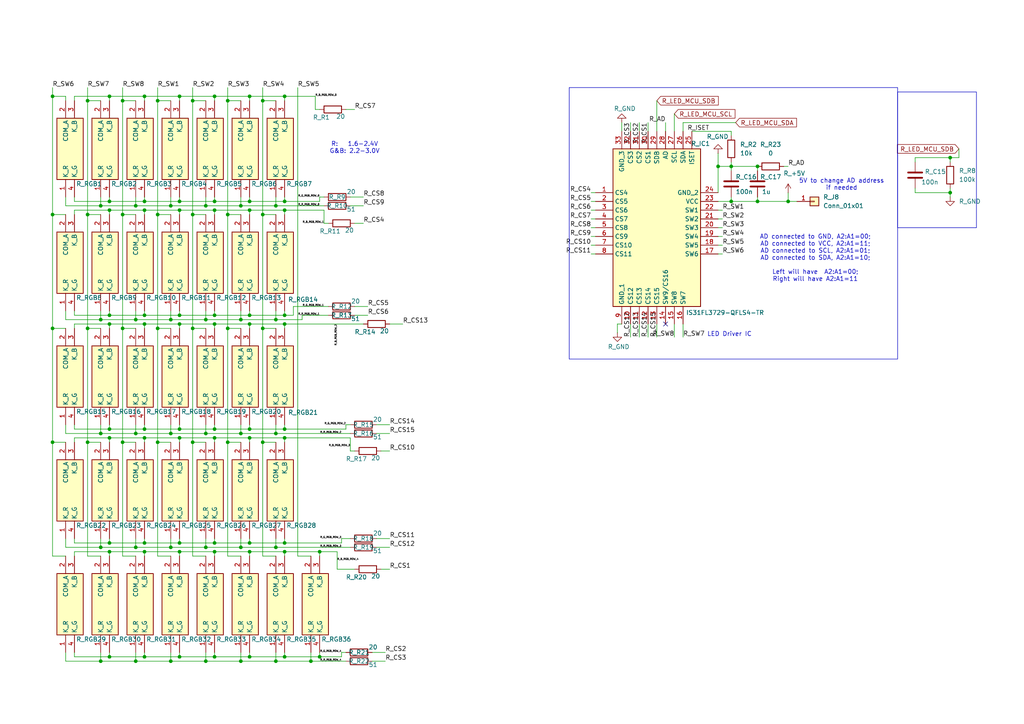
<source format=kicad_sch>
(kicad_sch (version 20250114) (generator "eeschema") (generator_version "9.0")
  (paper "A4")
  (title_block (title "TheFalcon[Left["))
  (rectangle (start 260.35 26.67) (end 283.21 66.04))
  (rectangle (start 165.1 25.4) (end 260.35 104.14))
  (text "AD connected to GND, A2:A1=00;\nAD connected to VCC, A2:A1=11;\nAD connected to SCL, A2:A1=01;\nAD connected to SDA, A2:A1=10;\n\nLeft will have  A2:A1=00;\nRight will have A2:A1=11" (at 236.474 74.93 0) (effects (font (size 1.27 1.27))))
  (text "5V to change AD address\nif needed\n" (at 244.094 53.594 0) (effects (font (size 1.27 1.27))))
  (text "R:   1.6-2.4V\nG&B: 2.2-3.0V" (at 102.87 42.926 0) (effects (font (size 1.27 1.27))))
  (text "LED Driver IC\n" (at 211.582 97.028 0) (effects (font (size 1.27 1.27))))
  (junction (at 35.56 95.25))
  (junction (at 59.69 158.75))
  (junction (at 15.24 27.94))
  (junction (at 212.09 58.42))
  (junction (at 59.69 125.73))
  (junction (at 80.01 158.75))
  (junction (at 62.23 60.96))
  (junction (at 62.23 160.02))
  (junction (at 62.23 27.94))
  (junction (at 52.07 27.94))
  (junction (at 82.55 127))
  (junction (at 29.21 158.75))
  (junction (at 41.91 157.48))
  (junction (at 52.07 58.42))
  (junction (at 52.07 157.48))
  (junction (at 49.53 158.75))
  (junction (at 59.69 59.69))
  (junction (at 52.07 60.96))
  (junction (at 31.75 60.96))
  (junction (at 35.56 128.27))
  (junction (at 35.56 29.21))
  (junction (at 80.01 92.71))
  (junction (at 15.24 95.25))
  (junction (at 39.37 191.77))
  (junction (at 82.55 27.94))
  (junction (at 49.53 191.77))
  (junction (at 39.37 158.75))
  (junction (at 76.2 95.25))
  (junction (at 49.53 125.73))
  (junction (at 212.09 48.26))
  (junction (at 41.91 160.02))
  (junction (at 82.55 93.98))
  (junction (at 72.39 60.96))
  (junction (at 76.2 128.27))
  (junction (at 29.21 59.69))
  (junction (at 82.55 160.02))
  (junction (at 82.55 60.96))
  (junction (at 82.55 91.44))
  (junction (at 66.04 29.21))
  (junction (at 80.01 59.69))
  (junction (at 31.75 91.44))
  (junction (at 72.39 190.5))
  (junction (at 45.72 62.23))
  (junction (at 41.91 124.46))
  (junction (at 52.07 160.02))
  (junction (at 228.6 58.42))
  (junction (at 31.75 93.98))
  (junction (at 208.28 48.26))
  (junction (at 52.07 127))
  (junction (at 35.56 62.23))
  (junction (at 52.07 91.44))
  (junction (at 219.71 48.26))
  (junction (at 72.39 127))
  (junction (at 92.71 160.02))
  (junction (at 31.75 190.5))
  (junction (at 275.59 45.72))
  (junction (at 62.23 190.5))
  (junction (at 59.69 191.77))
  (junction (at 72.39 160.02))
  (junction (at 69.85 191.77))
  (junction (at 275.59 55.88))
  (junction (at 41.91 91.44))
  (junction (at 69.85 92.71))
  (junction (at 55.88 95.25))
  (junction (at 41.91 127))
  (junction (at 29.21 125.73))
  (junction (at 82.55 190.5))
  (junction (at 15.24 128.27))
  (junction (at 219.71 58.42))
  (junction (at 39.37 59.69))
  (junction (at 69.85 125.73))
  (junction (at 31.75 58.42))
  (junction (at 62.23 58.42))
  (junction (at 76.2 62.23))
  (junction (at 41.91 60.96))
  (junction (at 31.75 157.48))
  (junction (at 55.88 62.23))
  (junction (at 45.72 95.25))
  (junction (at 69.85 59.69))
  (junction (at 72.39 91.44))
  (junction (at 15.24 62.23))
  (junction (at 92.71 190.5))
  (junction (at 25.4 128.27))
  (junction (at 41.91 58.42))
  (junction (at 29.21 191.77))
  (junction (at 25.4 62.23))
  (junction (at 82.55 157.48))
  (junction (at 62.23 127))
  (junction (at 25.4 95.25))
  (junction (at 66.04 128.27))
  (junction (at 76.2 29.21))
  (junction (at 52.07 190.5))
  (junction (at 31.75 160.02))
  (junction (at 52.07 124.46))
  (junction (at 62.23 91.44))
  (junction (at 31.75 124.46))
  (junction (at 90.17 191.77))
  (junction (at 62.23 93.98))
  (junction (at 66.04 95.25))
  (junction (at 31.75 127))
  (junction (at 55.88 128.27))
  (junction (at 72.39 58.42))
  (junction (at 62.23 157.48))
  (junction (at 49.53 59.69))
  (junction (at 59.69 92.71))
  (junction (at 72.39 157.48))
  (junction (at 45.72 128.27))
  (junction (at 66.04 62.23))
  (junction (at 72.39 27.94))
  (junction (at 69.85 158.75))
  (junction (at 39.37 125.73))
  (junction (at 82.55 58.42))
  (junction (at 41.91 27.94))
  (junction (at 62.23 124.46))
  (junction (at 72.39 124.46))
  (junction (at 72.39 93.98))
  (junction (at 80.01 125.73))
  (junction (at 52.07 93.98))
  (junction (at 49.53 92.71))
  (junction (at 45.72 29.21))
  (junction (at 41.91 93.98))
  (junction (at 29.21 92.71))
  (junction (at 31.75 27.94))
  (junction (at 25.4 29.21))
  (junction (at 80.01 191.77))
  (junction (at 55.88 29.21))
  (junction (at 41.91 190.5))
  (junction (at 82.55 124.46))
  (junction (at 39.37 92.71))
  (no_connect (at 193.04 93.98))
  (wire (pts (xy 41.91 58.42) (xy 52.07 58.42)))
  (wire (pts (xy 31.75 123.19) (xy 31.75 124.46)))
  (wire (pts (xy 82.55 160.02) (xy 82.55 161.29)))
  (wire (pts (xy 86.36 161.29) (xy 90.17 161.29)))
  (wire (pts (xy 55.88 29.21) (xy 59.69 29.21)))
  (wire (pts (xy 66.04 62.23) (xy 66.04 95.25)))
  (wire (pts (xy 59.69 123.19) (xy 59.69 125.73)))
  (wire (pts (xy 45.72 161.29) (xy 45.72 128.27)))
  (wire (pts (xy 109.22 123.19) (xy 113.03 123.19)))
  (wire (pts (xy 82.55 60.96) (xy 82.55 62.23)))
  (wire (pts (xy 72.39 27.94) (xy 82.55 27.94)))
  (wire (pts (xy 72.39 160.02) (xy 72.39 161.29)))
  (wire (pts (xy 21.59 160.02) (xy 31.75 160.02)))
  (wire (pts (xy 15.24 128.27) (xy 19.05 128.27)))
  (wire (pts (xy 97.79 165.1) (xy 97.79 160.02)))
  (wire (pts (xy 29.21 123.19) (xy 29.21 125.73)))
  (wire (pts (xy 80.01 158.75) (xy 101.6 158.75)))
  (wire (pts (xy 39.37 125.73) (xy 49.53 125.73)))
  (wire (pts (xy 80.01 156.21) (xy 80.01 158.75)))
  (wire (pts (xy 31.75 189.23) (xy 31.75 190.5)))
  (wire (pts (xy 19.05 29.21) (xy 19.05 27.94)))
  (wire (pts (xy 171.45 58.42) (xy 172.72 58.42)))
  (wire (pts (xy 35.56 161.29) (xy 39.37 161.29)))
  (wire (pts (xy 208.28 44.45) (xy 208.28 48.26)))
  (wire (pts (xy 45.72 29.21) (xy 49.53 29.21)))
  (wire (pts (xy 113.03 130.81) (xy 110.49 130.81)))
  (wire (pts (xy 72.39 190.5) (xy 82.55 190.5)))
  (wire (pts (xy 62.23 190.5) (xy 72.39 190.5)))
  (wire (pts (xy 52.07 160.02) (xy 52.07 161.29)))
  (wire (pts (xy 41.91 123.19) (xy 41.91 124.46)))
  (wire (pts (xy 29.21 191.77) (xy 39.37 191.77)))
  (wire (pts (xy 209.55 60.96) (xy 208.28 60.96)))
  (wire (pts (xy 41.91 60.96) (xy 41.91 62.23)))
  (wire (pts (xy 82.55 127) (xy 82.55 128.27)))
  (wire (pts (xy 41.91 189.23) (xy 41.91 190.5)))
  (wire (pts (xy 15.24 95.25) (xy 15.24 128.27)))
  (wire (pts (xy 19.05 191.77) (xy 29.21 191.77)))
  (wire (pts (xy 62.23 27.94) (xy 62.23 29.21)))
  (wire (pts (xy 31.75 93.98) (xy 41.91 93.98)))
  (wire (pts (xy 85.09 88.9) (xy 95.25 88.9)))
  (wire (pts (xy 29.21 189.23) (xy 29.21 191.77)))
  (wire (pts (xy 66.04 29.21) (xy 66.04 62.23)))
  (wire (pts (xy 41.91 27.94) (xy 52.07 27.94)))
  (wire (pts (xy 21.59 160.02) (xy 21.59 161.29)))
  (wire (pts (xy 59.69 125.73) (xy 69.85 125.73)))
  (wire (pts (xy 59.69 156.21) (xy 59.69 158.75)))
  (wire (pts (xy 31.75 127) (xy 41.91 127)))
  (wire (pts (xy 49.53 92.71) (xy 59.69 92.71)))
  (wire (pts (xy 52.07 91.44) (xy 62.23 91.44)))
  (wire (pts (xy 185.42 97.79) (xy 185.42 93.98)))
  (wire (pts (xy 87.63 91.44) (xy 95.25 91.44)))
  (wire (pts (xy 92.71 160.02) (xy 92.71 161.29)))
  (wire (pts (xy 195.58 33.02) (xy 195.58 38.1)))
  (wire (pts (xy 45.72 25.4) (xy 45.72 29.21)))
  (wire (pts (xy 72.39 124.46) (xy 82.55 124.46)))
  (wire (pts (xy 29.21 90.17) (xy 29.21 92.71)))
  (wire (pts (xy 82.55 93.98) (xy 105.41 93.98)))
  (wire (pts (xy 100.33 123.19) (xy 101.6 123.19)))
  (wire (pts (xy 76.2 62.23) (xy 76.2 95.25)))
  (wire (pts (xy 21.59 90.17) (xy 21.59 91.44)))
  (wire (pts (xy 171.45 66.04) (xy 172.72 66.04)))
  (wire (pts (xy 198.12 35.56) (xy 198.12 38.1)))
  (wire (pts (xy 62.23 189.23) (xy 62.23 190.5)))
  (wire (pts (xy 95.25 64.77) (xy 93.98 64.77)))
  (wire (pts (xy 69.85 191.77) (xy 80.01 191.77)))
  (wire (pts (xy 41.91 127) (xy 41.91 128.27)))
  (wire (pts (xy 59.69 191.77) (xy 69.85 191.77)))
  (wire (pts (xy 35.56 128.27) (xy 35.56 161.29)))
  (wire (pts (xy 15.24 62.23) (xy 15.24 95.25)))
  (wire (pts (xy 35.56 95.25) (xy 35.56 128.27)))
  (wire (pts (xy 265.43 54.61) (xy 265.43 55.88)))
  (wire (pts (xy 275.59 55.88) (xy 275.59 57.15)))
  (wire (pts (xy 45.72 95.25) (xy 49.53 95.25)))
  (wire (pts (xy 212.09 49.53) (xy 212.09 48.26)))
  (wire (pts (xy 72.39 57.15) (xy 72.39 58.42)))
  (wire (pts (xy 55.88 161.29) (xy 59.69 161.29)))
  (wire (pts (xy 39.37 59.69) (xy 49.53 59.69)))
  (wire (pts (xy 45.72 128.27) (xy 45.72 95.25)))
  (wire (pts (xy 41.91 160.02) (xy 41.91 161.29)))
  (wire (pts (xy 59.69 57.15) (xy 59.69 59.69)))
  (wire (pts (xy 72.39 91.44) (xy 82.55 91.44)))
  (wire (pts (xy 35.56 62.23) (xy 39.37 62.23)))
  (wire (pts (xy 31.75 156.21) (xy 31.75 157.48)))
  (wire (pts (xy 59.69 92.71) (xy 69.85 92.71)))
  (wire (pts (xy 93.98 64.77) (xy 93.98 60.96)))
  (wire (pts (xy 109.22 156.21) (xy 113.03 156.21)))
  (wire (pts (xy 72.39 157.48) (xy 82.55 157.48)))
  (wire (pts (xy 278.13 45.72) (xy 275.59 45.72)))
  (wire (pts (xy 69.85 123.19) (xy 69.85 125.73)))
  (wire (pts (xy 80.01 125.73) (xy 101.6 125.73)))
  (wire (pts (xy 76.2 95.25) (xy 76.2 128.27)))
  (wire (pts (xy 105.41 64.77) (xy 102.87 64.77)))
  (wire (pts (xy 52.07 123.19) (xy 52.07 124.46)))
  (wire (pts (xy 21.59 27.94) (xy 21.59 29.21)))
  (wire (pts (xy 82.55 90.17) (xy 82.55 91.44)))
  (wire (pts (xy 179.07 93.98) (xy 180.34 93.98)))
  (wire (pts (xy 55.88 29.21) (xy 55.88 62.23)))
  (wire (pts (xy 31.75 27.94) (xy 41.91 27.94)))
  (wire (pts (xy 62.23 127) (xy 72.39 127)))
  (wire (pts (xy 208.28 48.26) (xy 212.09 48.26)))
  (wire (pts (xy 49.53 191.77) (xy 59.69 191.77)))
  (wire (pts (xy 90.17 189.23) (xy 90.17 191.77)))
  (wire (pts (xy 29.21 158.75) (xy 39.37 158.75)))
  (wire (pts (xy 19.05 123.19) (xy 19.05 125.73)))
  (wire (pts (xy 72.39 123.19) (xy 72.39 124.46)))
  (wire (pts (xy 39.37 90.17) (xy 39.37 92.71)))
  (wire (pts (xy 21.59 156.21) (xy 21.59 157.48)))
  (wire (pts (xy 35.56 29.21) (xy 35.56 62.23)))
  (wire (pts (xy 193.04 35.56) (xy 193.04 38.1)))
  (wire (pts (xy 15.24 25.4) (xy 15.24 27.94)))
  (wire (pts (xy 39.37 123.19) (xy 39.37 125.73)))
  (wire (pts (xy 92.71 160.02) (xy 97.79 160.02)))
  (wire (pts (xy 62.23 91.44) (xy 72.39 91.44)))
  (wire (pts (xy 72.39 127) (xy 82.55 127)))
  (wire (pts (xy 55.88 128.27) (xy 55.88 161.29)))
  (wire (pts (xy 82.55 27.94) (xy 82.55 29.21)))
  (wire (pts (xy 49.53 123.19) (xy 49.53 125.73)))
  (wire (pts (xy 62.23 93.98) (xy 62.23 95.25)))
  (wire (pts (xy 185.42 35.56) (xy 185.42 38.1)))
  (wire (pts (xy 39.37 156.21) (xy 39.37 158.75)))
  (wire (pts (xy 41.91 157.48) (xy 52.07 157.48)))
  (wire (pts (xy 265.43 45.72) (xy 265.43 46.99)))
  (wire (pts (xy 80.01 57.15) (xy 80.01 59.69)))
  (wire (pts (xy 52.07 58.42) (xy 62.23 58.42)))
  (wire (pts (xy 21.59 190.5) (xy 31.75 190.5)))
  (wire (pts (xy 41.91 27.94) (xy 41.91 29.21)))
  (wire (pts (xy 19.05 90.17) (xy 19.05 92.71)))
  (wire (pts (xy 265.43 55.88) (xy 275.59 55.88)))
  (wire (pts (xy 62.23 93.98) (xy 72.39 93.98)))
  (wire (pts (xy 19.05 156.21) (xy 19.05 158.75)))
  (wire (pts (xy 182.88 35.56) (xy 182.88 38.1)))
  (wire (pts (xy 55.88 95.25) (xy 59.69 95.25)))
  (wire (pts (xy 31.75 57.15) (xy 31.75 58.42)))
  (wire (pts (xy 100.33 124.46) (xy 100.33 123.19)))
  (wire (pts (xy 190.5 97.79) (xy 190.5 93.98)))
  (wire (pts (xy 219.71 58.42) (xy 219.71 57.15)))
  (wire (pts (xy 76.2 95.25) (xy 80.01 95.25)))
  (wire (pts (xy 41.91 60.96) (xy 52.07 60.96)))
  (wire (pts (xy 228.6 58.42) (xy 228.6 55.88)))
  (wire (pts (xy 62.23 124.46) (xy 72.39 124.46)))
  (wire (pts (xy 72.39 156.21) (xy 72.39 157.48)))
  (wire (pts (xy 212.09 46.99) (xy 212.09 48.26)))
  (wire (pts (xy 39.37 191.77) (xy 49.53 191.77)))
  (wire (pts (xy 52.07 60.96) (xy 52.07 62.23)))
  (wire (pts (xy 21.59 189.23) (xy 21.59 190.5)))
  (wire (pts (xy 69.85 158.75) (xy 80.01 158.75)))
  (wire (pts (xy 25.4 29.21) (xy 29.21 29.21)))
  (wire (pts (xy 55.88 25.4) (xy 55.88 29.21)))
  (wire (pts (xy 99.06 190.5) (xy 99.06 189.23)))
  (wire (pts (xy 52.07 124.46) (xy 62.23 124.46)))
  (wire (pts (xy 49.53 158.75) (xy 59.69 158.75)))
  (wire (pts (xy 31.75 93.98) (xy 31.75 95.25)))
  (wire (pts (xy 59.69 59.69) (xy 69.85 59.69)))
  (wire (pts (xy 19.05 158.75) (xy 29.21 158.75)))
  (wire (pts (xy 15.24 27.94) (xy 15.24 62.23)))
  (wire (pts (xy 52.07 157.48) (xy 62.23 157.48)))
  (wire (pts (xy 62.23 58.42) (xy 72.39 58.42)))
  (wire (pts (xy 212.09 58.42) (xy 212.09 57.15)))
  (wire (pts (xy 52.07 57.15) (xy 52.07 58.42)))
  (wire (pts (xy 39.37 189.23) (xy 39.37 191.77)))
  (wire (pts (xy 21.59 93.98) (xy 31.75 93.98)))
  (wire (pts (xy 41.91 156.21) (xy 41.91 157.48)))
  (wire (pts (xy 49.53 156.21) (xy 49.53 158.75)))
  (wire (pts (xy 41.91 127) (xy 52.07 127)))
  (wire (pts (xy 15.24 95.25) (xy 19.05 95.25)))
  (wire (pts (xy 21.59 124.46) (xy 31.75 124.46)))
  (wire (pts (xy 76.2 161.29) (xy 80.01 161.29)))
  (wire (pts (xy 21.59 127) (xy 31.75 127)))
  (wire (pts (xy 171.45 71.12) (xy 172.72 71.12)))
  (wire (pts (xy 21.59 127) (xy 21.59 128.27)))
  (wire (pts (xy 80.01 59.69) (xy 93.98 59.69)))
  (wire (pts (xy 187.96 35.56) (xy 187.96 38.1)))
  (wire (pts (xy 59.69 189.23) (xy 59.69 191.77)))
  (wire (pts (xy 21.59 91.44) (xy 31.75 91.44)))
  (wire (pts (xy 62.23 157.48) (xy 72.39 157.48)))
  (wire (pts (xy 31.75 90.17) (xy 31.75 91.44)))
  (wire (pts (xy 82.55 27.94) (xy 91.44 27.94)))
  (wire (pts (xy 52.07 156.21) (xy 52.07 157.48)))
  (wire (pts (xy 29.21 156.21) (xy 29.21 158.75)))
  (wire (pts (xy 49.53 125.73) (xy 59.69 125.73)))
  (wire (pts (xy 15.24 128.27) (xy 15.24 161.29)))
  (wire (pts (xy 31.75 127) (xy 31.75 128.27)))
  (wire (pts (xy 19.05 57.15) (xy 19.05 59.69)))
  (wire (pts (xy 45.72 95.25) (xy 45.72 62.23)))
  (wire (pts (xy 212.09 39.37) (xy 212.09 38.1)))
  (wire (pts (xy 66.04 95.25) (xy 69.85 95.25)))
  (wire (pts (xy 52.07 90.17) (xy 52.07 91.44)))
  (wire (pts (xy 213.36 35.56) (xy 198.12 35.56)))
  (wire (pts (xy 25.4 128.27) (xy 25.4 161.29)))
  (wire (pts (xy 72.39 60.96) (xy 82.55 60.96)))
  (wire (pts (xy 52.07 160.02) (xy 62.23 160.02)))
  (wire (pts (xy 76.2 29.21) (xy 80.01 29.21)))
  (wire (pts (xy 72.39 27.94) (xy 72.39 29.21)))
  (wire (pts (xy 208.28 48.26) (xy 208.28 55.88)))
  (wire (pts (xy 208.28 68.58) (xy 209.55 68.58)))
  (wire (pts (xy 21.59 157.48) (xy 31.75 157.48)))
  (wire (pts (xy 66.04 25.4) (xy 66.04 29.21)))
  (wire (pts (xy 21.59 60.96) (xy 21.59 62.23)))
  (wire (pts (xy 39.37 92.71) (xy 49.53 92.71)))
  (wire (pts (xy 275.59 45.72) (xy 275.59 46.99)))
  (wire (pts (xy 101.6 59.69) (xy 105.41 59.69)))
  (wire (pts (xy 87.63 92.71) (xy 87.63 91.44)))
  (wire (pts (xy 21.59 123.19) (xy 21.59 124.46)))
  (wire (pts (xy 190.5 29.21) (xy 190.5 38.1)))
  (wire (pts (xy 62.23 60.96) (xy 72.39 60.96)))
  (wire (pts (xy 82.55 127) (xy 101.6 127)))
  (wire (pts (xy 109.22 158.75) (xy 113.03 158.75)))
  (wire (pts (xy 107.95 189.23) (xy 111.76 189.23)))
  (wire (pts (xy 76.2 128.27) (xy 80.01 128.27)))
  (wire (pts (xy 209.55 63.5) (xy 208.28 63.5)))
  (wire (pts (xy 62.23 57.15) (xy 62.23 58.42)))
  (wire (pts (xy 80.01 123.19) (xy 80.01 125.73)))
  (wire (pts (xy 19.05 125.73) (xy 29.21 125.73)))
  (wire (pts (xy 21.59 58.42) (xy 31.75 58.42)))
  (wire (pts (xy 25.4 25.4) (xy 25.4 29.21)))
  (wire (pts (xy 45.72 62.23) (xy 49.53 62.23)))
  (wire (pts (xy 62.23 160.02) (xy 62.23 161.29)))
  (wire (pts (xy 92.71 57.15) (xy 93.98 57.15)))
  (wire (pts (xy 25.4 95.25) (xy 25.4 128.27)))
  (wire (pts (xy 69.85 90.17) (xy 69.85 92.71)))
  (wire (pts (xy 113.03 93.98) (xy 116.84 93.98)))
  (wire (pts (xy 62.23 127) (xy 62.23 128.27)))
  (wire (pts (xy 35.56 128.27) (xy 39.37 128.27)))
  (wire (pts (xy 69.85 125.73) (xy 80.01 125.73)))
  (wire (pts (xy 82.55 190.5) (xy 92.71 190.5)))
  (wire (pts (xy 15.24 62.23) (xy 19.05 62.23)))
  (wire (pts (xy 52.07 127) (xy 62.23 127)))
  (wire (pts (xy 21.59 93.98) (xy 21.59 95.25)))
  (wire (pts (xy 198.12 97.79) (xy 198.12 93.98)))
  (wire (pts (xy 29.21 59.69) (xy 39.37 59.69)))
  (wire (pts (xy 41.91 91.44) (xy 52.07 91.44)))
  (wire (pts (xy 82.55 91.44) (xy 85.09 91.44)))
  (wire (pts (xy 92.71 31.75) (xy 91.44 31.75)))
  (wire (pts (xy 102.87 165.1) (xy 97.79 165.1)))
  (wire (pts (xy 31.75 27.94) (xy 31.75 29.21)))
  (wire (pts (xy 59.69 90.17) (xy 59.69 92.71)))
  (wire (pts (xy 102.87 88.9) (xy 106.68 88.9)))
  (wire (pts (xy 180.34 35.56) (xy 180.34 38.1)))
  (wire (pts (xy 208.28 58.42) (xy 212.09 58.42)))
  (wire (pts (xy 69.85 92.71) (xy 80.01 92.71)))
  (wire (pts (xy 91.44 31.75) (xy 91.44 27.94)))
  (wire (pts (xy 39.37 57.15) (xy 39.37 59.69)))
  (wire (pts (xy 80.01 90.17) (xy 80.01 92.71)))
  (wire (pts (xy 15.24 161.29) (xy 19.05 161.29)))
  (wire (pts (xy 66.04 95.25) (xy 66.04 128.27)))
  (wire (pts (xy 72.39 127) (xy 72.39 128.27)))
  (wire (pts (xy 82.55 60.96) (xy 93.98 60.96)))
  (wire (pts (xy 41.91 90.17) (xy 41.91 91.44)))
  (wire (pts (xy 31.75 60.96) (xy 41.91 60.96)))
  (wire (pts (xy 55.88 128.27) (xy 59.69 128.27)))
  (wire (pts (xy 92.71 190.5) (xy 99.06 190.5)))
  (wire (pts (xy 21.59 60.96) (xy 31.75 60.96)))
  (wire (pts (xy 31.75 60.96) (xy 31.75 62.23)))
  (wire (pts (xy 265.43 45.72) (xy 275.59 45.72)))
  (wire (pts (xy 19.05 189.23) (xy 19.05 191.77)))
  (wire (pts (xy 31.75 91.44) (xy 41.91 91.44)))
  (wire (pts (xy 49.53 57.15) (xy 49.53 59.69)))
  (wire (pts (xy 80.01 191.77) (xy 90.17 191.77)))
  (wire (pts (xy 179.07 96.52) (xy 179.07 93.98)))
  (wire (pts (xy 209.55 66.04) (xy 208.28 66.04)))
  (wire (pts (xy 99.06 189.23) (xy 100.33 189.23)))
  (wire (pts (xy 228.6 48.26) (xy 227.33 48.26)))
  (wire (pts (xy 82.55 157.48) (xy 99.06 157.48)))
  (wire (pts (xy 72.39 189.23) (xy 72.39 190.5)))
  (wire (pts (xy 102.87 91.44) (xy 106.68 91.44)))
  (wire (pts (xy 82.55 124.46) (xy 100.33 124.46)))
  (wire (pts (xy 62.23 156.21) (xy 62.23 157.48)))
  (wire (pts (xy 29.21 57.15) (xy 29.21 59.69)))
  (wire (pts (xy 82.55 123.19) (xy 82.55 124.46)))
  (wire (pts (xy 41.91 160.02) (xy 52.07 160.02)))
  (wire (pts (xy 76.2 29.21) (xy 76.2 62.23)))
  (wire (pts (xy 31.75 58.42) (xy 41.91 58.42)))
  (wire (pts (xy 31.75 124.46) (xy 41.91 124.46)))
  (wire (pts (xy 278.13 43.18) (xy 278.13 45.72)))
  (wire (pts (xy 76.2 62.23) (xy 80.01 62.23)))
  (wire (pts (xy 212.09 58.42) (xy 219.71 58.42)))
  (wire (pts (xy 72.39 90.17) (xy 72.39 91.44)))
  (wire (pts (xy 45.72 128.27) (xy 49.53 128.27)))
  (wire (pts (xy 21.59 57.15) (xy 21.59 58.42)))
  (wire (pts (xy 219.71 58.42) (xy 228.6 58.42)))
  (wire (pts (xy 29.21 125.73) (xy 39.37 125.73)))
  (wire (pts (xy 35.56 95.25) (xy 39.37 95.25)))
  (wire (pts (xy 200.66 38.1) (xy 212.09 38.1)))
  (wire (pts (xy 41.91 93.98) (xy 52.07 93.98)))
  (wire (pts (xy 69.85 156.21) (xy 69.85 158.75)))
  (wire (pts (xy 52.07 93.98) (xy 52.07 95.25)))
  (wire (pts (xy 25.4 128.27) (xy 29.21 128.27)))
  (wire (pts (xy 66.04 128.27) (xy 69.85 128.27)))
  (wire (pts (xy 92.71 58.42) (xy 92.71 57.15)))
  (wire (pts (xy 187.96 97.79) (xy 187.96 93.98)))
  (wire (pts (xy 49.53 161.29) (xy 45.72 161.29)))
  (wire (pts (xy 25.4 62.23) (xy 29.21 62.23)))
  (wire (pts (xy 102.87 130.81) (xy 101.6 130.81)))
  (wire (pts (xy 80.01 189.23) (xy 80.01 191.77)))
  (wire (pts (xy 275.59 54.61) (xy 275.59 55.88)))
  (wire (pts (xy 31.75 157.48) (xy 41.91 157.48)))
  (wire (pts (xy 69.85 189.23) (xy 69.85 191.77)))
  (wire (pts (xy 99.06 157.48) (xy 99.06 156.21)))
  (wire (pts (xy 55.88 95.25) (xy 55.88 128.27)))
  (wire (pts (xy 41.91 190.5) (xy 52.07 190.5)))
  (wire (pts (xy 72.39 160.02) (xy 82.55 160.02)))
  (wire (pts (xy 102.87 31.75) (xy 100.33 31.75)))
  (wire (pts (xy 31.75 190.5) (xy 41.91 190.5)))
  (wire (pts (xy 109.22 125.73) (xy 113.03 125.73)))
  (wire (pts (xy 62.23 90.17) (xy 62.23 91.44)))
  (wire (pts (xy 35.56 29.21) (xy 39.37 29.21)))
  (wire (pts (xy 92.71 189.23) (xy 92.71 190.5)))
  (wire (pts (xy 101.6 57.15) (xy 105.41 57.15)))
  (wire (pts (xy 82.55 156.21) (xy 82.55 157.48)))
  (wire (pts (xy 182.88 97.79) (xy 182.88 93.98)))
  (wire (pts (xy 171.45 68.58) (xy 172.72 68.58)))
  (wire (pts (xy 52.07 189.23) (xy 52.07 190.5)))
  (wire (pts (xy 195.58 97.79) (xy 195.58 93.98)))
  (wire (pts (xy 171.45 60.96) (xy 172.72 60.96)))
  (wire (pts (xy 25.4 95.25) (xy 29.21 95.25)))
  (wire (pts (xy 55.88 62.23) (xy 59.69 62.23)))
  (wire (pts (xy 52.07 27.94) (xy 62.23 27.94)))
  (wire (pts (xy 25.4 62.23) (xy 25.4 95.25)))
  (wire (pts (xy 41.91 57.15) (xy 41.91 58.42)))
  (wire (pts (xy 39.37 158.75) (xy 49.53 158.75)))
  (wire (pts (xy 52.07 127) (xy 52.07 128.27)))
  (wire (pts (xy 49.53 90.17) (xy 49.53 92.71)))
  (wire (pts (xy 66.04 128.27) (xy 66.04 161.29)))
  (wire (pts (xy 25.4 161.29) (xy 29.21 161.29)))
  (wire (pts (xy 90.17 191.77) (xy 100.33 191.77)))
  (wire (pts (xy 69.85 59.69) (xy 80.01 59.69)))
  (wire (pts (xy 82.55 160.02) (xy 92.71 160.02)))
  (wire (pts (xy 49.53 189.23) (xy 49.53 191.77)))
  (wire (pts (xy 209.55 71.12) (xy 208.28 71.12)))
  (wire (pts (xy 80.01 92.71) (xy 87.63 92.71)))
  (wire (pts (xy 76.2 128.27) (xy 76.2 161.29)))
  (wire (pts (xy 82.55 57.15) (xy 82.55 58.42)))
  (wire (pts (xy 29.21 92.71) (xy 39.37 92.71)))
  (wire (pts (xy 62.23 123.19) (xy 62.23 124.46)))
  (wire (pts (xy 55.88 62.23) (xy 55.88 95.25)))
  (wire (pts (xy 35.56 62.23) (xy 35.56 95.25)))
  (wire (pts (xy 62.23 160.02) (xy 72.39 160.02)))
  (wire (pts (xy 72.39 58.42) (xy 82.55 58.42)))
  (wire (pts (xy 72.39 93.98) (xy 72.39 95.25)))
  (wire (pts (xy 41.91 124.46) (xy 52.07 124.46)))
  (wire (pts (xy 171.45 73.66) (xy 172.72 73.66)))
  (wire (pts (xy 19.05 27.94) (xy 15.24 27.94)))
  (wire (pts (xy 85.09 91.44) (xy 85.09 88.9)))
  (wire (pts (xy 82.55 189.23) (xy 82.55 190.5)))
  (wire (pts (xy 59.69 158.75) (xy 69.85 158.75)))
  (wire (pts (xy 31.75 160.02) (xy 41.91 160.02)))
  (wire (pts (xy 19.05 92.71) (xy 29.21 92.71)))
  (wire (pts (xy 86.36 25.4) (xy 86.36 161.29)))
  (wire (pts (xy 45.72 62.23) (xy 45.72 29.21)))
  (wire (pts (xy 62.23 27.94) (xy 72.39 27.94)))
  (wire (pts (xy 66.04 161.29) (xy 69.85 161.29)))
  (wire (pts (xy 52.07 27.94) (xy 52.07 29.21)))
  (wire (pts (xy 66.04 62.23) (xy 69.85 62.23)))
  (wire (pts (xy 52.07 60.96) (xy 62.23 60.96)))
  (wire (pts (xy 219.71 48.26) (xy 219.71 49.53)))
  (wire (pts (xy 52.07 93.98) (xy 62.23 93.98)))
  (wire (pts (xy 82.55 93.98) (xy 82.55 95.25)))
  (wire (pts (xy 66.04 29.21) (xy 69.85 29.21)))
  (wire (pts (xy 49.53 59.69) (xy 59.69 59.69)))
  (wire (pts (xy 82.55 58.42) (xy 92.71 58.42)))
  (wire (pts (xy 113.03 165.1) (xy 110.49 165.1)))
  (wire (pts (xy 52.07 190.5) (xy 62.23 190.5)))
  (wire (pts (xy 35.56 25.4) (xy 35.56 29.21)))
  (wire (pts (xy 69.85 57.15) (xy 69.85 59.69)))
  (wire (pts (xy 19.05 59.69) (xy 29.21 59.69)))
  (wire (pts (xy 31.75 160.02) (xy 31.75 161.29)))
  (wire (pts (xy 171.45 63.5) (xy 172.72 63.5)))
  (wire (pts (xy 209.55 73.66) (xy 208.28 73.66)))
  (wire (pts (xy 21.59 27.94) (xy 31.75 27.94)))
  (wire (pts (xy 231.14 58.42) (xy 228.6 58.42)))
  (wire (pts (xy 99.06 156.21) (xy 101.6 156.21)))
  (wire (pts (xy 72.39 93.98) (xy 82.55 93.98)))
  (wire (pts (xy 62.23 60.96) (xy 62.23 62.23)))
  (wire (pts (xy 101.6 130.81) (xy 101.6 127)))
  (wire (pts (xy 171.45 55.88) (xy 172.72 55.88)))
  (wire (pts (xy 25.4 29.21) (xy 25.4 62.23)))
  (wire (pts (xy 72.39 60.96) (xy 72.39 62.23)))
  (wire (pts (xy 212.09 48.26) (xy 219.71 48.26)))
  (wire (pts (xy 107.95 191.77) (xy 111.76 191.77)))
  (wire (pts (xy 41.91 93.98) (xy 41.91 95.25)))
  (wire (pts (xy 76.2 25.4) (xy 76.2 29.21)))
  (label "R_B_RGB_ROW_0" (at 91.44 27.94 0) (effects (font (size 0.5 0.5))))
  (label "R_ISET" (at 205.74 38.1 180))
  (label "R_SW5" (at 209.55 71.12 0))
  (label "R_SW6" (at 209.55 73.66 0))
  (label "R_R_RGB_ROW_1" (at 92.71 91.44 180) (effects (font (size 0.5 0.5))))
  (label "R_SW4" (at 76.2 25.4 0))
  (label "R_CS6" (at 171.45 60.96 180))
  (label "R_CS13" (at 116.84 93.98 0))
  (label "R_B_RGB_ROW_1" (at 93.98 64.77 180) (effects (font (size 0.5 0.5))))
  (label "R_SW3" (at 209.55 66.04 0))
  (label "R_SW5" (at 86.36 25.4 0))
  (label "R_SW7" (at 25.4 25.4 0))
  (label "R_CS8" (at 171.45 66.04 180))
  (label "R_CS4" (at 105.41 64.77 0))
  (label "R_B_RGB_ROW_4" (at 97.79 162.56 0) (effects (font (size 0.5 0.5))))
  (label "R_CS12" (at 182.88 97.79 90))
  (label "R_CS3" (at 111.76 191.77 0))
  (label "R_CS6" (at 106.68 91.44 0))
  (label "R_CS1" (at 113.03 165.1 0))
  (label "R_CS7" (at 102.87 31.75 0))
  (label "R_R_RGB_ROW_4" (at 99.06 191.77 180) (effects (font (size 0.5 0.5))))
  (label "R_CS2" (at 185.42 35.56 270))
  (label "R_AD" (at 193.04 35.56 180))
  (label "R_CS11" (at 113.03 156.21 0))
  (label "R_CS4" (at 171.45 55.88 180))
  (label "R_SW2" (at 55.88 25.4 0))
  (label "R_CS12" (at 113.03 158.75 0))
  (label "R_CS5" (at 171.45 58.42 180))
  (label "R_CS10" (at 113.03 130.81 0))
  (label "R_SW3" (at 66.04 25.4 0))
  (label "R_CS2" (at 111.76 189.23 0))
  (label "R_CS11" (at 171.45 73.66 180))
  (label "R_CS13" (at 185.42 97.79 90))
  (label "R_R_RGB_ROW_3" (at 99.06 158.75 180) (effects (font (size 0.5 0.5))))
  (label "R_CS3" (at 182.88 35.56 270))
  (label "R_CS14" (at 113.03 123.19 0))
  (label "R_SW1" (at 45.72 25.4 0))
  (label "R_AD" (at 228.6 48.26 0))
  (label "R_CS9" (at 105.41 59.69 0))
  (label "R_CS5" (at 106.68 88.9 0))
  (label "R_SW1" (at 209.55 60.96 0))
  (label "R_R_RGB_ROW_2" (at 99.06 125.73 180) (effects (font (size 0.5 0.5))))
  (label "R_CS8" (at 105.41 57.15 0))
  (label "R_SW8" (at 35.56 25.4 0))
  (label "R_G_RGB_ROW_1" (at 93.98 88.9 180) (effects (font (size 0.5 0.5))))
  (label "R_CS9" (at 171.45 68.58 180))
  (label "R_SW2" (at 209.55 63.5 0))
  (label "R_CS14" (at 187.96 97.79 90))
  (label "R_SW8" (at 195.58 97.79 180))
  (label "R_CS10" (at 171.45 71.12 180))
  (label "R_B_RGB_ROW_2" (at 97.79 93.98 270) (effects (font (size 0.5 0.5))))
  (label "R_G_RGB_ROW_4" (at 99.06 189.23 180) (effects (font (size 0.5 0.5))))
  (label "R_SW6" (at 15.24 25.4 0))
  (label "R_G_RGB_ROW_2" (at 100.33 123.19 180) (effects (font (size 0.5 0.5))))
  (label "R_CS1" (at 187.96 35.56 270))
  (label "R_R_RGB_ROW_0" (at 92.71 59.69 180) (effects (font (size 0.5 0.5))))
  (label "R_CS7" (at 171.45 63.5 180))
  (label "R_B_RGB_ROW_3" (at 101.6 129.54 180) (effects (font (size 0.5 0.5))))
  (label "R_SW7" (at 198.12 97.79 0))
  (label "R_G_RGB_ROW_0" (at 92.71 57.15 180) (effects (font (size 0.5 0.5))))
  (label "R_SW4" (at 209.55 68.58 0))
  (label "R_CS15" (at 190.5 97.79 90))
  (label "R_G_RGB_ROW_3" (at 99.06 156.21 180) (effects (font (size 0.5 0.5))))
  (label "R_CS15" (at 113.03 125.73 0))
  (global_label "R_LED_MCU_SCL" (shape input) (at 195.58 33.02 0) (property "Intersheetrefs" "${INTERSHEET_REFS}" (effects (hide yes))))
  (global_label "R_LED_MCU_SDB" (shape input) (at 190.5 29.21 0) (property "Intersheetrefs" "${INTERSHEET_REFS}" (effects (hide yes))))
  (global_label "R_LED_MCU_SDB" (shape input) (at 278.13 43.18 180) (property "Intersheetrefs" "${INTERSHEET_REFS}" (effects (hide yes))))
  (global_label "R_LED_MCU_SDA" (shape input) (at 213.36 35.56 0) (property "Intersheetrefs" "${INTERSHEET_REFS}" (effects (hide yes))))
  (symbol (lib_id "SamacSys_Parts:T36K3BGR-05D000121U1930") (at 21.59 95.25 270) (unit 1)
    (property "Reference" "R_RGB15" (at 22.098 119.38 90) (effects (justify left)))
    (property "Value" "T36K3BGR-05D000121U1930" (effects (hide yes)))
    (property "Footprint" "SamacSys_Parts:T36K3BGR05D000121U1930_MODEL_INVERTED" (effects (hide yes)))
    (property "Datasheet" "https://media.digikey.com/pdf/Data%20Sheets/Harvatek%20PDFs/T36K3BGR-05D000121U1930%20V1.1.pdf" (effects (hide yes)))
    (property "Description" "Red, Green, Blue (RGB) LED Indication - Discrete 2V Red, 2.6V Green, 2.6V Blue 4-SMD, Flat Leads" (effects (hide yes)))
  )
  (symbol (lib_id "Device:R") (at 104.14 191.77 90) (unit 1)
    (property "Reference" "R_R22" (at 104.14 191.77 90))
    (property "Value" "51" (at 108.204 192.786 90))
    (property "Footprint" "Resistor_SMD:R_0603_1608Metric" (effects (hide yes)))
    (property "Description" "Resistor" (effects (hide yes)))
    (property "LCSC Part Number" "C17738" (effects (hide yes)))
  )
  (symbol (lib_id "SamacSys_Parts:T36K3BGR-05D000121U1930") (at 41.91 29.21 270) (unit 1)
    (property "Reference" "R_RGB3" (at 42.418 53.34 90) (effects (justify left)))
    (property "Value" "T36K3BGR-05D000121U1930" (effects (hide yes)))
    (property "Footprint" "SamacSys_Parts:T36K3BGR05D000121U1930_MODEL_INVERTED" (effects (hide yes)))
    (property "Datasheet" "https://media.digikey.com/pdf/Data%20Sheets/Harvatek%20PDFs/T36K3BGR-05D000121U1930%20V1.1.pdf" (effects (hide yes)))
    (property "Description" "Red, Green, Blue (RGB) LED Indication - Discrete 2V Red, 2.6V Green, 2.6V Blue 4-SMD, Flat Leads" (effects (hide yes)))
  )
  (symbol (lib_id "Device:R") (at 275.59 50.8 0) (unit 1)
    (property "Reference" "R_R8" (at 278.13 49.5299 0) (effects (justify left)))
    (property "Value" "100k" (at 278.13 52.0699 0) (effects (justify left)))
    (property "Footprint" "Resistor_SMD:R_0603_1608Metric" (effects (hide yes)))
    (property "Description" "Resistor" (effects (hide yes)))
    (property "LCSC Part Number" "C14675" (effects (hide yes)))
  )
  (symbol (lib_id "SamacSys_Parts:T36K3BGR-05D000121U1930") (at 72.39 161.29 270) (unit 1)
    (property "Reference" "R_RGB34" (at 72.898 185.42 90) (effects (justify left)))
    (property "Value" "T36K3BGR-05D000121U1930" (effects (hide yes)))
    (property "Footprint" "SamacSys_Parts:T36K3BGR05D000121U1930_MODEL_INVERTED" (effects (hide yes)))
    (property "Datasheet" "https://media.digikey.com/pdf/Data%20Sheets/Harvatek%20PDFs/T36K3BGR-05D000121U1930%20V1.1.pdf" (effects (hide yes)))
    (property "Description" "Red, Green, Blue (RGB) LED Indication - Discrete 2V Red, 2.6V Green, 2.6V Blue 4-SMD, Flat Leads" (effects (hide yes)))
  )
  (symbol (lib_id "Device:R") (at 96.52 31.75 90) (unit 1)
    (property "Reference" "R_R1" (at 93.218 34.036 90))
    (property "Value" "20" (at 98.806 33.782 90))
    (property "Footprint" "Resistor_SMD:R_0603_1608Metric" (effects (hide yes)))
    (property "Description" "Resistor" (effects (hide yes)))
    (property "LCSC Part Number" "C22950" (effects (hide yes)))
  )
  (symbol (lib_id "Device:R") (at 97.79 57.15 90) (unit 1)
    (property "Reference" "R_R9" (at 97.79 57.15 90))
    (property "Value" "20" (at 101.854 55.626 90))
    (property "Footprint" "Resistor_SMD:R_0603_1608Metric" (effects (hide yes)))
    (property "Description" "Resistor" (effects (hide yes)))
    (property "LCSC Part Number" "C22950" (effects (hide yes)))
  )
  (symbol (lib_id "power:GND") (at 208.28 44.45 180) (unit 1)
    (property "Reference" "#R_#PWR03" (effects (hide yes)))
    (property "Value" "R_GND" (at 204.978 39.624 0) (effects (justify right)))
    (property "Description" "Power symbol creates a global label with name \"GND\" , ground" (effects (hide yes)))
  )
  (symbol (lib_id "SamacSys_Parts:T36K3BGR-05D000121U1930") (at 92.71 161.29 270) (unit 1)
    (property "Reference" "R_RGB36" (at 93.218 185.42 90) (effects (justify left)))
    (property "Value" "T36K3BGR-05D000121U1930" (effects (hide yes)))
    (property "Footprint" "SamacSys_Parts:T36K3BGR05D000121U1930_MODEL_INVERTED" (effects (hide yes)))
    (property "Datasheet" "https://media.digikey.com/pdf/Data%20Sheets/Harvatek%20PDFs/T36K3BGR-05D000121U1930%20V1.1.pdf" (effects (hide yes)))
    (property "Description" "Red, Green, Blue (RGB) LED Indication - Discrete 2V Red, 2.6V Green, 2.6V Blue 4-SMD, Flat Leads" (effects (hide yes)))
  )
  (symbol (lib_id "SamacSys_Parts:T36K3BGR-05D000121U1930") (at 52.07 95.25 270) (unit 1)
    (property "Reference" "R_RGB18" (at 52.578 119.38 90) (effects (justify left)))
    (property "Value" "T36K3BGR-05D000121U1930" (effects (hide yes)))
    (property "Footprint" "SamacSys_Parts:T36K3BGR05D000121U1930_MODEL_INVERTED" (effects (hide yes)))
    (property "Datasheet" "https://media.digikey.com/pdf/Data%20Sheets/Harvatek%20PDFs/T36K3BGR-05D000121U1930%20V1.1.pdf" (effects (hide yes)))
    (property "Description" "Red, Green, Blue (RGB) LED Indication - Discrete 2V Red, 2.6V Green, 2.6V Blue 4-SMD, Flat Leads" (effects (hide yes)))
  )
  (symbol (lib_id "Device:R") (at 223.52 48.26 90) (unit 1)
    (property "Reference" "R_R23" (at 223.52 41.91 90))
    (property "Value" "0" (at 223.52 44.45 90))
    (property "Footprint" "Resistor_SMD:R_0603_1608Metric_Pad0.98x0.95mm_HandSolder" (effects (hide yes)))
    (property "Description" "Resistor" (effects (hide yes)))
    (property "LCSC Part Number" "C17477" (effects (hide yes)))
  )
  (symbol (lib_id "Device:R") (at 105.41 125.73 90) (unit 1)
    (property "Reference" "R_R16" (at 105.41 125.73 90))
    (property "Value" "51" (at 109.474 126.746 90))
    (property "Footprint" "Resistor_SMD:R_0603_1608Metric" (effects (hide yes)))
    (property "Description" "Resistor" (effects (hide yes)))
    (property "LCSC Part Number" "C17738" (effects (hide yes)))
  )
  (symbol (lib_id "Device:R") (at 105.41 123.19 90) (unit 1)
    (property "Reference" "R_R15" (at 105.41 123.19 90))
    (property "Value" "20" (at 109.474 121.666 90))
    (property "Footprint" "Resistor_SMD:R_0603_1608Metric" (effects (hide yes)))
    (property "Description" "Resistor" (effects (hide yes)))
    (property "LCSC Part Number" "C22950" (effects (hide yes)))
  )
  (symbol (lib_id "SamacSys_Parts:T36K3BGR-05D000121U1930") (at 52.07 161.29 270) (unit 1)
    (property "Reference" "R_RGB32" (at 52.578 185.42 90) (effects (justify left)))
    (property "Value" "T36K3BGR-05D000121U1930" (effects (hide yes)))
    (property "Footprint" "SamacSys_Parts:T36K3BGR05D000121U1930_MODEL_INVERTED" (effects (hide yes)))
    (property "Datasheet" "https://media.digikey.com/pdf/Data%20Sheets/Harvatek%20PDFs/T36K3BGR-05D000121U1930%20V1.1.pdf" (effects (hide yes)))
    (property "Description" "Red, Green, Blue (RGB) LED Indication - Discrete 2V Red, 2.6V Green, 2.6V Blue 4-SMD, Flat Leads" (effects (hide yes)))
  )
  (symbol (lib_id "SamacSys_Parts:T36K3BGR-05D000121U1930") (at 72.39 29.21 270) (unit 1)
    (property "Reference" "R_RGB6" (at 72.898 53.34 90) (effects (justify left)))
    (property "Value" "T36K3BGR-05D000121U1930" (effects (hide yes)))
    (property "Footprint" "SamacSys_Parts:T36K3BGR05D000121U1930_MODEL_INVERTED" (effects (hide yes)))
    (property "Datasheet" "https://media.digikey.com/pdf/Data%20Sheets/Harvatek%20PDFs/T36K3BGR-05D000121U1930%20V1.1.pdf" (effects (hide yes)))
    (property "Description" "Red, Green, Blue (RGB) LED Indication - Discrete 2V Red, 2.6V Green, 2.6V Blue 4-SMD, Flat Leads" (effects (hide yes)))
  )
  (symbol (lib_id "Device:R") (at 212.09 43.18 0) (unit 1)
    (property "Reference" "R_R2" (at 214.63 41.9099 0) (effects (justify left)))
    (property "Value" "10k" (at 214.63 44.4499 0) (effects (justify left)))
    (property "Footprint" "Resistor_SMD:R_0603_1608Metric" (effects (hide yes)))
    (property "Description" "Resistor" (effects (hide yes)))
    (property "LCSC Part Number" "C15401" (effects (hide yes)))
  )
  (symbol (lib_id "SamacSys_Parts:T36K3BGR-05D000121U1930") (at 21.59 128.27 270) (unit 1)
    (property "Reference" "R_RGB22" (at 22.098 152.4 90) (effects (justify left)))
    (property "Value" "T36K3BGR-05D000121U1930" (effects (hide yes)))
    (property "Footprint" "SamacSys_Parts:T36K3BGR05D000121U1930_MODEL_INVERTED" (effects (hide yes)))
    (property "Datasheet" "https://media.digikey.com/pdf/Data%20Sheets/Harvatek%20PDFs/T36K3BGR-05D000121U1930%20V1.1.pdf" (effects (hide yes)))
    (property "Description" "Red, Green, Blue (RGB) LED Indication - Discrete 2V Red, 2.6V Green, 2.6V Blue 4-SMD, Flat Leads" (effects (hide yes)))
  )
  (symbol (lib_id "Device:R") (at 99.06 64.77 90) (unit 1)
    (property "Reference" "R_R11" (at 95.758 67.056 90))
    (property "Value" "20" (at 101.346 66.802 90))
    (property "Footprint" "Resistor_SMD:R_0603_1608Metric" (effects (hide yes)))
    (property "Description" "Resistor" (effects (hide yes)))
    (property "LCSC Part Number" "C22950" (effects (hide yes)))
  )
  (symbol (lib_id "SamacSys_Parts:T36K3BGR-05D000121U1930") (at 72.39 62.23 270) (unit 1)
    (property "Reference" "R_RGB13" (at 72.898 86.36 90) (effects (justify left)))
    (property "Value" "T36K3BGR-05D000121U1930" (effects (hide yes)))
    (property "Footprint" "SamacSys_Parts:T36K3BGR05D000121U1930_MODEL_INVERTED" (effects (hide yes)))
    (property "Datasheet" "https://media.digikey.com/pdf/Data%20Sheets/Harvatek%20PDFs/T36K3BGR-05D000121U1930%20V1.1.pdf" (effects (hide yes)))
    (property "Description" "Red, Green, Blue (RGB) LED Indication - Discrete 2V Red, 2.6V Green, 2.6V Blue 4-SMD, Flat Leads" (effects (hide yes)))
  )
  (symbol (lib_id "SamacSys_Parts:T36K3BGR-05D000121U1930") (at 31.75 161.29 270) (unit 1)
    (property "Reference" "R_RGB30" (at 32.258 185.42 90) (effects (justify left)))
    (property "Value" "T36K3BGR-05D000121U1930" (effects (hide yes)))
    (property "Footprint" "SamacSys_Parts:T36K3BGR05D000121U1930_MODEL_INVERTED" (effects (hide yes)))
    (property "Datasheet" "https://media.digikey.com/pdf/Data%20Sheets/Harvatek%20PDFs/T36K3BGR-05D000121U1930%20V1.1.pdf" (effects (hide yes)))
    (property "Description" "Red, Green, Blue (RGB) LED Indication - Discrete 2V Red, 2.6V Green, 2.6V Blue 4-SMD, Flat Leads" (effects (hide yes)))
  )
  (symbol (lib_id "Device:C") (at 265.43 50.8 0) (unit 1)
    (property "Reference" "R_C15" (at 268.224 49.784 0) (effects (justify left)))
    (property "Value" "100n" (at 267.208 52.832 0) (effects (justify left)))
    (property "Footprint" "Capacitor_SMD:C_0402_1005Metric" (effects (hide yes)))
    (property "Description" "Unpolarized capacitor" (effects (hide yes)))
    (property "LCSC Part Number" "C1525" (effects (hide yes)))
  )
  (symbol (lib_id "SamacSys_Parts:T36K3BGR-05D000121U1930") (at 62.23 29.21 270) (unit 1)
    (property "Reference" "R_RGB5" (at 62.738 53.34 90) (effects (justify left)))
    (property "Value" "T36K3BGR-05D000121U1930" (effects (hide yes)))
    (property "Footprint" "SamacSys_Parts:T36K3BGR05D000121U1930_MODEL_INVERTED" (effects (hide yes)))
    (property "Datasheet" "https://media.digikey.com/pdf/Data%20Sheets/Harvatek%20PDFs/T36K3BGR-05D000121U1930%20V1.1.pdf" (effects (hide yes)))
    (property "Description" "Red, Green, Blue (RGB) LED Indication - Discrete 2V Red, 2.6V Green, 2.6V Blue 4-SMD, Flat Leads" (effects (hide yes)))
  )
  (symbol (lib_id "SamacSys_Parts:T36K3BGR-05D000121U1930") (at 72.39 95.25 270) (unit 1)
    (property "Reference" "R_RGB20" (at 72.898 119.38 90) (effects (justify left)))
    (property "Value" "T36K3BGR-05D000121U1930" (effects (hide yes)))
    (property "Footprint" "SamacSys_Parts:T36K3BGR05D000121U1930_MODEL_INVERTED" (effects (hide yes)))
    (property "Datasheet" "https://media.digikey.com/pdf/Data%20Sheets/Harvatek%20PDFs/T36K3BGR-05D000121U1930%20V1.1.pdf" (effects (hide yes)))
    (property "Description" "Red, Green, Blue (RGB) LED Indication - Discrete 2V Red, 2.6V Green, 2.6V Blue 4-SMD, Flat Leads" (effects (hide yes)))
  )
  (symbol (lib_id "SamacSys_Parts:T36K3BGR-05D000121U1930") (at 41.91 161.29 270) (unit 1)
    (property "Reference" "R_RGB31" (at 42.418 185.42 90) (effects (justify left)))
    (property "Value" "T36K3BGR-05D000121U1930" (effects (hide yes)))
    (property "Footprint" "SamacSys_Parts:T36K3BGR05D000121U1930_MODEL_INVERTED" (effects (hide yes)))
    (property "Datasheet" "https://media.digikey.com/pdf/Data%20Sheets/Harvatek%20PDFs/T36K3BGR-05D000121U1930%20V1.1.pdf" (effects (hide yes)))
    (property "Description" "Red, Green, Blue (RGB) LED Indication - Discrete 2V Red, 2.6V Green, 2.6V Blue 4-SMD, Flat Leads" (effects (hide yes)))
  )
  (symbol (lib_id "Device:R") (at 99.06 91.44 90) (unit 1)
    (property "Reference" "R_R13" (at 99.06 91.44 90))
    (property "Value" "51" (at 103.124 92.456 90))
    (property "Footprint" "Resistor_SMD:R_0603_1608Metric" (effects (hide yes)))
    (property "Description" "Resistor" (effects (hide yes)))
    (property "LCSC Part Number" "C17738" (effects (hide yes)))
  )
  (symbol (lib_id "SamacSys_Parts:T36K3BGR-05D000121U1930") (at 82.55 29.21 270) (unit 1)
    (property "Reference" "R_RGB7" (at 83.058 53.34 90) (effects (justify left)))
    (property "Value" "T36K3BGR-05D000121U1930" (effects (hide yes)))
    (property "Footprint" "SamacSys_Parts:T36K3BGR05D000121U1930_MODEL_INVERTED" (effects (hide yes)))
    (property "Datasheet" "https://media.digikey.com/pdf/Data%20Sheets/Harvatek%20PDFs/T36K3BGR-05D000121U1930%20V1.1.pdf" (effects (hide yes)))
    (property "Description" "Red, Green, Blue (RGB) LED Indication - Discrete 2V Red, 2.6V Green, 2.6V Blue 4-SMD, Flat Leads" (effects (hide yes)))
  )
  (symbol (lib_id "power:GND") (at 179.07 96.52 0) (unit 1)
    (property "Reference" "#R_#PWR025" (effects (hide yes)))
    (property "Value" "R_GND" (at 176.276 100.584 0) (effects (justify left)))
    (property "Description" "Power symbol creates a global label with name \"GND\" , ground" (effects (hide yes)))
  )
  (symbol (lib_id "SamacSys_Parts:T36K3BGR-05D000121U1930") (at 31.75 95.25 270) (unit 1)
    (property "Reference" "R_RGB16" (at 32.258 119.38 90) (effects (justify left)))
    (property "Value" "T36K3BGR-05D000121U1930" (effects (hide yes)))
    (property "Footprint" "SamacSys_Parts:T36K3BGR05D000121U1930_MODEL_INVERTED" (effects (hide yes)))
    (property "Datasheet" "https://media.digikey.com/pdf/Data%20Sheets/Harvatek%20PDFs/T36K3BGR-05D000121U1930%20V1.1.pdf" (effects (hide yes)))
    (property "Description" "Red, Green, Blue (RGB) LED Indication - Discrete 2V Red, 2.6V Green, 2.6V Blue 4-SMD, Flat Leads" (effects (hide yes)))
  )
  (symbol (lib_id "SamacSys_Parts:T36K3BGR-05D000121U1930") (at 52.07 62.23 270) (unit 1)
    (property "Reference" "R_RGB11" (at 52.578 86.36 90) (effects (justify left)))
    (property "Value" "T36K3BGR-05D000121U1930" (effects (hide yes)))
    (property "Footprint" "SamacSys_Parts:T36K3BGR05D000121U1930_MODEL_INVERTED" (effects (hide yes)))
    (property "Datasheet" "https://media.digikey.com/pdf/Data%20Sheets/Harvatek%20PDFs/T36K3BGR-05D000121U1930%20V1.1.pdf" (effects (hide yes)))
    (property "Description" "Red, Green, Blue (RGB) LED Indication - Discrete 2V Red, 2.6V Green, 2.6V Blue 4-SMD, Flat Leads" (effects (hide yes)))
  )
  (symbol (lib_id "SamacSys_Parts:T36K3BGR-05D000121U1930") (at 72.39 128.27 270) (unit 1)
    (property "Reference" "R_RGB27" (at 72.898 152.4 90) (effects (justify left)))
    (property "Value" "T36K3BGR-05D000121U1930" (effects (hide yes)))
    (property "Footprint" "SamacSys_Parts:T36K3BGR05D000121U1930_MODEL_INVERTED" (effects (hide yes)))
    (property "Datasheet" "https://media.digikey.com/pdf/Data%20Sheets/Harvatek%20PDFs/T36K3BGR-05D000121U1930%20V1.1.pdf" (effects (hide yes)))
    (property "Description" "Red, Green, Blue (RGB) LED Indication - Discrete 2V Red, 2.6V Green, 2.6V Blue 4-SMD, Flat Leads" (effects (hide yes)))
  )
  (symbol (lib_id "SamacSys_Parts:T36K3BGR-05D000121U1930") (at 21.59 62.23 270) (unit 1)
    (property "Reference" "R_RGB8" (at 22.098 86.36 90) (effects (justify left)))
    (property "Value" "T36K3BGR-05D000121U1930" (effects (hide yes)))
    (property "Footprint" "SamacSys_Parts:T36K3BGR05D000121U1930_MODEL_INVERTED" (effects (hide yes)))
    (property "Datasheet" "https://media.digikey.com/pdf/Data%20Sheets/Harvatek%20PDFs/T36K3BGR-05D000121U1930%20V1.1.pdf" (effects (hide yes)))
    (property "Description" "Red, Green, Blue (RGB) LED Indication - Discrete 2V Red, 2.6V Green, 2.6V Blue 4-SMD, Flat Leads" (effects (hide yes)))
  )
  (symbol (lib_id "SamacSys_Parts:T36K3BGR-05D000121U1930") (at 82.55 62.23 270) (unit 1)
    (property "Reference" "R_RGB14" (at 83.566 86.868 90) (effects (justify left)))
    (property "Value" "T36K3BGR-05D000121U1930" (effects (hide yes)))
    (property "Footprint" "SamacSys_Parts:T36K3BGR05D000121U1930_MODEL_INVERTED" (effects (hide yes)))
    (property "Datasheet" "https://media.digikey.com/pdf/Data%20Sheets/Harvatek%20PDFs/T36K3BGR-05D000121U1930%20V1.1.pdf" (effects (hide yes)))
    (property "Description" "Red, Green, Blue (RGB) LED Indication - Discrete 2V Red, 2.6V Green, 2.6V Blue 4-SMD, Flat Leads" (effects (hide yes)))
  )
  (symbol (lib_id "SamacSys_Parts:T36K3BGR-05D000121U1930") (at 52.07 29.21 270) (unit 1)
    (property "Reference" "R_RGB4" (at 52.578 53.34 90) (effects (justify left)))
    (property "Value" "T36K3BGR-05D000121U1930" (effects (hide yes)))
    (property "Footprint" "SamacSys_Parts:T36K3BGR05D000121U1930_MODEL_INVERTED" (effects (hide yes)))
    (property "Datasheet" "https://media.digikey.com/pdf/Data%20Sheets/Harvatek%20PDFs/T36K3BGR-05D000121U1930%20V1.1.pdf" (effects (hide yes)))
    (property "Description" "Red, Green, Blue (RGB) LED Indication - Discrete 2V Red, 2.6V Green, 2.6V Blue 4-SMD, Flat Leads" (effects (hide yes)))
  )
  (symbol (lib_id "SamacSys_Parts:T36K3BGR-05D000121U1930") (at 31.75 62.23 270) (unit 1)
    (property "Reference" "R_RGB9" (at 32.258 86.36 90) (effects (justify left)))
    (property "Value" "T36K3BGR-05D000121U1930" (effects (hide yes)))
    (property "Footprint" "SamacSys_Parts:T36K3BGR05D000121U1930_MODEL_INVERTED" (effects (hide yes)))
    (property "Datasheet" "https://media.digikey.com/pdf/Data%20Sheets/Harvatek%20PDFs/T36K3BGR-05D000121U1930%20V1.1.pdf" (effects (hide yes)))
    (property "Description" "Red, Green, Blue (RGB) LED Indication - Discrete 2V Red, 2.6V Green, 2.6V Blue 4-SMD, Flat Leads" (effects (hide yes)))
  )
  (symbol (lib_id "SamacSys_Parts:T36K3BGR-05D000121U1930") (at 21.59 161.29 270) (unit 1)
    (property "Reference" "R_RGB29" (at 22.098 185.42 90) (effects (justify left)))
    (property "Value" "T36K3BGR-05D000121U1930" (effects (hide yes)))
    (property "Footprint" "SamacSys_Parts:T36K3BGR05D000121U1930_MODEL_INVERTED" (effects (hide yes)))
    (property "Datasheet" "https://media.digikey.com/pdf/Data%20Sheets/Harvatek%20PDFs/T36K3BGR-05D000121U1930%20V1.1.pdf" (effects (hide yes)))
    (property "Description" "Red, Green, Blue (RGB) LED Indication - Discrete 2V Red, 2.6V Green, 2.6V Blue 4-SMD, Flat Leads" (effects (hide yes)))
  )
  (symbol (lib_id "Device:R") (at 106.68 165.1 90) (unit 1)
    (property "Reference" "R_R20" (at 103.378 167.386 90))
    (property "Value" "20" (at 108.966 167.132 90))
    (property "Footprint" "Resistor_SMD:R_0603_1608Metric" (effects (hide yes)))
    (property "Description" "Resistor" (effects (hide yes)))
    (property "LCSC Part Number" "C22950" (effects (hide yes)))
  )
  (symbol (lib_id "power:GND") (at 180.34 35.56 180) (unit 1)
    (property "Reference" "#R_#PWR02" (effects (hide yes)))
    (property "Value" "R_GND" (at 178.054 31.496 0) (effects (justify right)))
    (property "Description" "Power symbol creates a global label with name \"GND\" , ground" (effects (hide yes)))
  )
  (symbol (lib_id "SamacSys_Parts:T36K3BGR-05D000121U1930") (at 31.75 29.21 270) (unit 1)
    (property "Reference" "R_RGB2" (at 32.258 53.34 90) (effects (justify left)))
    (property "Value" "T36K3BGR-05D000121U1930" (effects (hide yes)))
    (property "Footprint" "SamacSys_Parts:T36K3BGR05D000121U1930_MODEL_INVERTED" (effects (hide yes)))
    (property "Datasheet" "https://media.digikey.com/pdf/Data%20Sheets/Harvatek%20PDFs/T36K3BGR-05D000121U1930%20V1.1.pdf" (effects (hide yes)))
    (property "Description" "Red, Green, Blue (RGB) LED Indication - Discrete 2V Red, 2.6V Green, 2.6V Blue 4-SMD, Flat Leads" (effects (hide yes)))
  )
  (symbol (lib_id "Connector_Generic:Conn_01x01") (at 236.22 58.42 0) (unit 1)
    (property "Reference" "R_J8" (at 238.76 57.1499 0) (effects (justify left)))
    (property "Value" "Conn_01x01" (at 238.76 59.6899 0) (effects (justify left)))
    (property "Footprint" "Connector_Wire:SolderWirePad_1x01_SMD_1x2mm" (effects (hide yes)))
    (property "Description" "Generic connector, single row, 01x01, script generated (kicad-library-utils/schlib/autogen/connector/)" (effects (hide yes)))
  )
  (symbol (lib_id "Device:R") (at 105.41 156.21 90) (unit 1)
    (property "Reference" "R_R18" (at 105.41 156.21 90))
    (property "Value" "20" (at 109.474 154.686 90))
    (property "Footprint" "Resistor_SMD:R_0603_1608Metric" (effects (hide yes)))
    (property "Description" "Resistor" (effects (hide yes)))
    (property "LCSC Part Number" "C22950" (effects (hide yes)))
  )
  (symbol (lib_id "SamacSys_Parts:T36K3BGR-05D000121U1930") (at 31.75 128.27 270) (unit 1)
    (property "Reference" "R_RGB23" (at 32.258 152.4 90) (effects (justify left)))
    (property "Value" "T36K3BGR-05D000121U1930" (effects (hide yes)))
    (property "Footprint" "SamacSys_Parts:T36K3BGR05D000121U1930_MODEL_INVERTED" (effects (hide yes)))
    (property "Datasheet" "https://media.digikey.com/pdf/Data%20Sheets/Harvatek%20PDFs/T36K3BGR-05D000121U1930%20V1.1.pdf" (effects (hide yes)))
    (property "Description" "Red, Green, Blue (RGB) LED Indication - Discrete 2V Red, 2.6V Green, 2.6V Blue 4-SMD, Flat Leads" (effects (hide yes)))
  )
  (symbol (lib_id "Device:C") (at 219.71 53.34 0) (unit 1)
    (property "Reference" "R_C17" (at 220.472 51.308 0) (effects (justify left)))
    (property "Value" "1u" (at 220.98 55.626 0) (effects (justify left)))
    (property "Footprint" "Capacitor_SMD:C_0603_1608Metric" (effects (hide yes)))
    (property "Description" "Unpolarized capacitor" (effects (hide yes)))
    (property "LCSC Part Number" "C1592" (effects (hide yes)))
  )
  (symbol (lib_id "Device:R") (at 97.79 59.69 90) (unit 1)
    (property "Reference" "R_R10" (at 97.79 59.69 90))
    (property "Value" "51" (at 101.854 60.706 90))
    (property "Footprint" "Resistor_SMD:R_0603_1608Metric" (effects (hide yes)))
    (property "Description" "Resistor" (effects (hide yes)))
    (property "LCSC Part Number" "C17738" (effects (hide yes)))
  )
  (symbol (lib_id "Device:R") (at 104.14 189.23 90) (unit 1)
    (property "Reference" "R_R21" (at 104.14 189.23 90))
    (property "Value" "20" (at 108.204 187.706 90))
    (property "Footprint" "Resistor_SMD:R_0603_1608Metric" (effects (hide yes)))
    (property "Description" "Resistor" (effects (hide yes)))
    (property "LCSC Part Number" "C22950" (effects (hide yes)))
  )
  (symbol (lib_id "Device:R") (at 105.41 158.75 90) (unit 1)
    (property "Reference" "R_R19" (at 105.41 158.75 90))
    (property "Value" "51" (at 109.474 159.766 90))
    (property "Footprint" "Resistor_SMD:R_0603_1608Metric" (effects (hide yes)))
    (property "Description" "Resistor" (effects (hide yes)))
    (property "LCSC Part Number" "C17738" (effects (hide yes)))
  )
  (symbol (lib_id "Device:R") (at 106.68 130.81 90) (unit 1)
    (property "Reference" "R_R17" (at 103.378 133.096 90))
    (property "Value" "20" (at 108.966 132.842 90))
    (property "Footprint" "Resistor_SMD:R_0603_1608Metric" (effects (hide yes)))
    (property "Description" "Resistor" (effects (hide yes)))
    (property "LCSC Part Number" "C22950" (effects (hide yes)))
  )
  (symbol (lib_id "power:GND") (at 275.59 57.15 0) (unit 1)
    (property "Reference" "#R_#PWR012" (effects (hide yes)))
    (property "Value" "R_GND" (at 278.13 58.4199 0) (effects (justify left)))
    (property "Description" "Power symbol creates a global label with name \"GND\" , ground" (effects (hide yes)))
  )
  (symbol (lib_id "Device:R") (at 99.06 88.9 90) (unit 1)
    (property "Reference" "R_R12" (at 99.06 88.9 90))
    (property "Value" "20" (at 103.124 87.376 90))
    (property "Footprint" "Resistor_SMD:R_0603_1608Metric" (effects (hide yes)))
    (property "Description" "Resistor" (effects (hide yes)))
    (property "LCSC Part Number" "C22950" (effects (hide yes)))
  )
  (symbol (lib_id "SamacSys_Parts:T36K3BGR-05D000121U1930") (at 52.07 128.27 270) (unit 1)
    (property "Reference" "R_RGB25" (at 52.578 152.4 90) (effects (justify left)))
    (property "Value" "T36K3BGR-05D000121U1930" (effects (hide yes)))
    (property "Footprint" "SamacSys_Parts:T36K3BGR05D000121U1930_MODEL_INVERTED" (effects (hide yes)))
    (property "Datasheet" "https://media.digikey.com/pdf/Data%20Sheets/Harvatek%20PDFs/T36K3BGR-05D000121U1930%20V1.1.pdf" (effects (hide yes)))
    (property "Description" "Red, Green, Blue (RGB) LED Indication - Discrete 2V Red, 2.6V Green, 2.6V Blue 4-SMD, Flat Leads" (effects (hide yes)))
  )
  (symbol (lib_id "power:+5V") (at 228.6 55.88 0) (unit 1)
    (property "Reference" "#R_#PWR026" (effects (hide yes)))
    (property "Value" "R_+5V" (at 230.378 50.292 0))
    (property "Description" "Power symbol creates a global label with name \"+5V\"" (effects (hide yes)))
  )
  (symbol (lib_id "SamacSys_Parts:T36K3BGR-05D000121U1930") (at 82.55 128.27 270) (unit 1)
    (property "Reference" "R_RGB28" (at 83.058 152.4 90) (effects (justify left)))
    (property "Value" "T36K3BGR-05D000121U1930" (effects (hide yes)))
    (property "Footprint" "SamacSys_Parts:T36K3BGR05D000121U1930_MODEL_INVERTED" (effects (hide yes)))
    (property "Datasheet" "https://media.digikey.com/pdf/Data%20Sheets/Harvatek%20PDFs/T36K3BGR-05D000121U1930%20V1.1.pdf" (effects (hide yes)))
    (property "Description" "Red, Green, Blue (RGB) LED Indication - Discrete 2V Red, 2.6V Green, 2.6V Blue 4-SMD, Flat Leads" (effects (hide yes)))
  )
  (symbol (lib_id "Device:R") (at 109.22 93.98 90) (unit 1)
    (property "Reference" "R_R14" (at 105.918 96.266 90))
    (property "Value" "20" (at 111.506 96.012 90))
    (property "Footprint" "Resistor_SMD:R_0603_1608Metric" (effects (hide yes)))
    (property "Description" "Resistor" (effects (hide yes)))
    (property "LCSC Part Number" "C22950" (effects (hide yes)))
  )
  (symbol (lib_id "SamacSys_Parts:IS31FL3729-QFLS4-TR") (at 172.72 55.88 0) (unit 1)
    (property "Reference" "R_IC1" (at 203.2 41.656 0))
    (property "Value" "IS31FL3729-QFLS4-TR" (at 210.312 90.678 0))
    (property "Footprint" "SamacSys_Parts:QFN40P400X400X80-33N-D" (effects (hide yes)))
    (property "Datasheet" "https://www.lumissil.com/assets/pdf/core/IS31FL3729_DS.pdf" (effects (hide yes)))
    (property "Description" "LED Lighting Drivers 16n(n=1-8) or 159 LED Matrix with PWM Control and Dot Correction, QFN-32 (4mm4mm), T&R" (effects (hide yes)))
    (property "LCSC Part Number" "C2940549" (effects (hide yes)))
  )
  (symbol (lib_id "SamacSys_Parts:T36K3BGR-05D000121U1930") (at 62.23 62.23 270) (unit 1)
    (property "Reference" "R_RGB12" (at 62.738 86.36 90) (effects (justify left)))
    (property "Value" "T36K3BGR-05D000121U1930" (effects (hide yes)))
    (property "Footprint" "SamacSys_Parts:T36K3BGR05D000121U1930_MODEL_INVERTED" (effects (hide yes)))
    (property "Datasheet" "https://media.digikey.com/pdf/Data%20Sheets/Harvatek%20PDFs/T36K3BGR-05D000121U1930%20V1.1.pdf" (effects (hide yes)))
    (property "Description" "Red, Green, Blue (RGB) LED Indication - Discrete 2V Red, 2.6V Green, 2.6V Blue 4-SMD, Flat Leads" (effects (hide yes)))
  )
  (symbol (lib_id "SamacSys_Parts:T36K3BGR-05D000121U1930") (at 62.23 161.29 270) (unit 1)
    (property "Reference" "R_RGB33" (at 62.738 185.42 90) (effects (justify left)))
    (property "Value" "T36K3BGR-05D000121U1930" (effects (hide yes)))
    (property "Footprint" "SamacSys_Parts:T36K3BGR05D000121U1930_MODEL_INVERTED" (effects (hide yes)))
    (property "Datasheet" "https://media.digikey.com/pdf/Data%20Sheets/Harvatek%20PDFs/T36K3BGR-05D000121U1930%20V1.1.pdf" (effects (hide yes)))
    (property "Description" "Red, Green, Blue (RGB) LED Indication - Discrete 2V Red, 2.6V Green, 2.6V Blue 4-SMD, Flat Leads" (effects (hide yes)))
  )
  (symbol (lib_id "SamacSys_Parts:T36K3BGR-05D000121U1930") (at 62.23 128.27 270) (unit 1)
    (property "Reference" "R_RGB26" (at 62.738 152.4 90) (effects (justify left)))
    (property "Value" "T36K3BGR-05D000121U1930" (effects (hide yes)))
    (property "Footprint" "SamacSys_Parts:T36K3BGR05D000121U1930_MODEL_INVERTED" (effects (hide yes)))
    (property "Datasheet" "https://media.digikey.com/pdf/Data%20Sheets/Harvatek%20PDFs/T36K3BGR-05D000121U1930%20V1.1.pdf" (effects (hide yes)))
    (property "Description" "Red, Green, Blue (RGB) LED Indication - Discrete 2V Red, 2.6V Green, 2.6V Blue 4-SMD, Flat Leads" (effects (hide yes)))
  )
  (symbol (lib_id "SamacSys_Parts:T36K3BGR-05D000121U1930") (at 62.23 95.25 270) (unit 1)
    (property "Reference" "R_RGB19" (at 62.738 119.38 90) (effects (justify left)))
    (property "Value" "T36K3BGR-05D000121U1930" (effects (hide yes)))
    (property "Footprint" "SamacSys_Parts:T36K3BGR05D000121U1930_MODEL_INVERTED" (effects (hide yes)))
    (property "Datasheet" "https://media.digikey.com/pdf/Data%20Sheets/Harvatek%20PDFs/T36K3BGR-05D000121U1930%20V1.1.pdf" (effects (hide yes)))
    (property "Description" "Red, Green, Blue (RGB) LED Indication - Discrete 2V Red, 2.6V Green, 2.6V Blue 4-SMD, Flat Leads" (effects (hide yes)))
  )
  (symbol (lib_id "Device:C") (at 212.09 53.34 0) (unit 1)
    (property "Reference" "R_C16" (at 213.36 51.308 0) (effects (justify left)))
    (property "Value" "100n" (at 213.36 55.626 0) (effects (justify left)))
    (property "Footprint" "Capacitor_SMD:C_0402_1005Metric" (effects (hide yes)))
    (property "Description" "Unpolarized capacitor" (effects (hide yes)))
    (property "LCSC Part Number" "C1525" (effects (hide yes)))
  )
  (symbol (lib_id "SamacSys_Parts:T36K3BGR-05D000121U1930") (at 82.55 95.25 270) (unit 1)
    (property "Reference" "R_RGB21" (at 83.566 119.634 90) (effects (justify left)))
    (property "Value" "T36K3BGR-05D000121U1930" (effects (hide yes)))
    (property "Footprint" "SamacSys_Parts:T36K3BGR05D000121U1930_MODEL_INVERTED" (effects (hide yes)))
    (property "Datasheet" "https://media.digikey.com/pdf/Data%20Sheets/Harvatek%20PDFs/T36K3BGR-05D000121U1930%20V1.1.pdf" (effects (hide yes)))
    (property "Description" "Red, Green, Blue (RGB) LED Indication - Discrete 2V Red, 2.6V Green, 2.6V Blue 4-SMD, Flat Leads" (effects (hide yes)))
  )
  (symbol (lib_id "SamacSys_Parts:T36K3BGR-05D000121U1930") (at 82.55 161.29 270) (unit 1)
    (property "Reference" "R_RGB35" (at 83.058 185.42 90) (effects (justify left)))
    (property "Value" "T36K3BGR-05D000121U1930" (effects (hide yes)))
    (property "Footprint" "SamacSys_Parts:T36K3BGR05D000121U1930_MODEL_INVERTED" (effects (hide yes)))
    (property "Datasheet" "https://media.digikey.com/pdf/Data%20Sheets/Harvatek%20PDFs/T36K3BGR-05D000121U1930%20V1.1.pdf" (effects (hide yes)))
    (property "Description" "Red, Green, Blue (RGB) LED Indication - Discrete 2V Red, 2.6V Green, 2.6V Blue 4-SMD, Flat Leads" (effects (hide yes)))
  )
  (symbol (lib_id "SamacSys_Parts:T36K3BGR-05D000121U1930") (at 41.91 62.23 270) (unit 1)
    (property "Reference" "R_RGB10" (at 42.418 86.36 90) (effects (justify left)))
    (property "Value" "T36K3BGR-05D000121U1930" (effects (hide yes)))
    (property "Footprint" "SamacSys_Parts:T36K3BGR05D000121U1930_MODEL_INVERTED" (effects (hide yes)))
    (property "Datasheet" "https://media.digikey.com/pdf/Data%20Sheets/Harvatek%20PDFs/T36K3BGR-05D000121U1930%20V1.1.pdf" (effects (hide yes)))
    (property "Description" "Red, Green, Blue (RGB) LED Indication - Discrete 2V Red, 2.6V Green, 2.6V Blue 4-SMD, Flat Leads" (effects (hide yes)))
  )
  (symbol (lib_id "SamacSys_Parts:T36K3BGR-05D000121U1930") (at 41.91 95.25 270) (unit 1)
    (property "Reference" "R_RGB17" (at 42.418 119.38 90) (effects (justify left)))
    (property "Value" "T36K3BGR-05D000121U1930" (effects (hide yes)))
    (property "Footprint" "SamacSys_Parts:T36K3BGR05D000121U1930_MODEL_INVERTED" (effects (hide yes)))
    (property "Datasheet" "https://media.digikey.com/pdf/Data%20Sheets/Harvatek%20PDFs/T36K3BGR-05D000121U1930%20V1.1.pdf" (effects (hide yes)))
    (property "Description" "Red, Green, Blue (RGB) LED Indication - Discrete 2V Red, 2.6V Green, 2.6V Blue 4-SMD, Flat Leads" (effects (hide yes)))
  )
  (symbol (lib_id "SamacSys_Parts:T36K3BGR-05D000121U1930") (at 21.59 29.21 270) (unit 1)
    (property "Reference" "R_RGB1" (at 22.098 53.34 90) (effects (justify left)))
    (property "Value" "T36K3BGR-05D000121U1930" (effects (hide yes)))
    (property "Footprint" "SamacSys_Parts:T36K3BGR05D000121U1930_MODEL_INVERTED" (effects (hide yes)))
    (property "Datasheet" "https://media.digikey.com/pdf/Data%20Sheets/Harvatek%20PDFs/T36K3BGR-05D000121U1930%20V1.1.pdf" (effects (hide yes)))
    (property "Description" "Red, Green, Blue (RGB) LED Indication - Discrete 2V Red, 2.6V Green, 2.6V Blue 4-SMD, Flat Leads" (effects (hide yes)))
  )
  (symbol (lib_id "SamacSys_Parts:T36K3BGR-05D000121U1930") (at 41.91 128.27 270) (unit 1)
    (property "Reference" "R_RGB24" (at 42.418 152.4 90) (effects (justify left)))
    (property "Value" "T36K3BGR-05D000121U1930" (effects (hide yes)))
    (property "Footprint" "SamacSys_Parts:T36K3BGR05D000121U1930_MODEL_INVERTED" (effects (hide yes)))
    (property "Datasheet" "https://media.digikey.com/pdf/Data%20Sheets/Harvatek%20PDFs/T36K3BGR-05D000121U1930%20V1.1.pdf" (effects (hide yes)))
    (property "Description" "Red, Green, Blue (RGB) LED Indication - Discrete 2V Red, 2.6V Green, 2.6V Blue 4-SMD, Flat Leads" (effects (hide yes)))
  )
)
</source>
